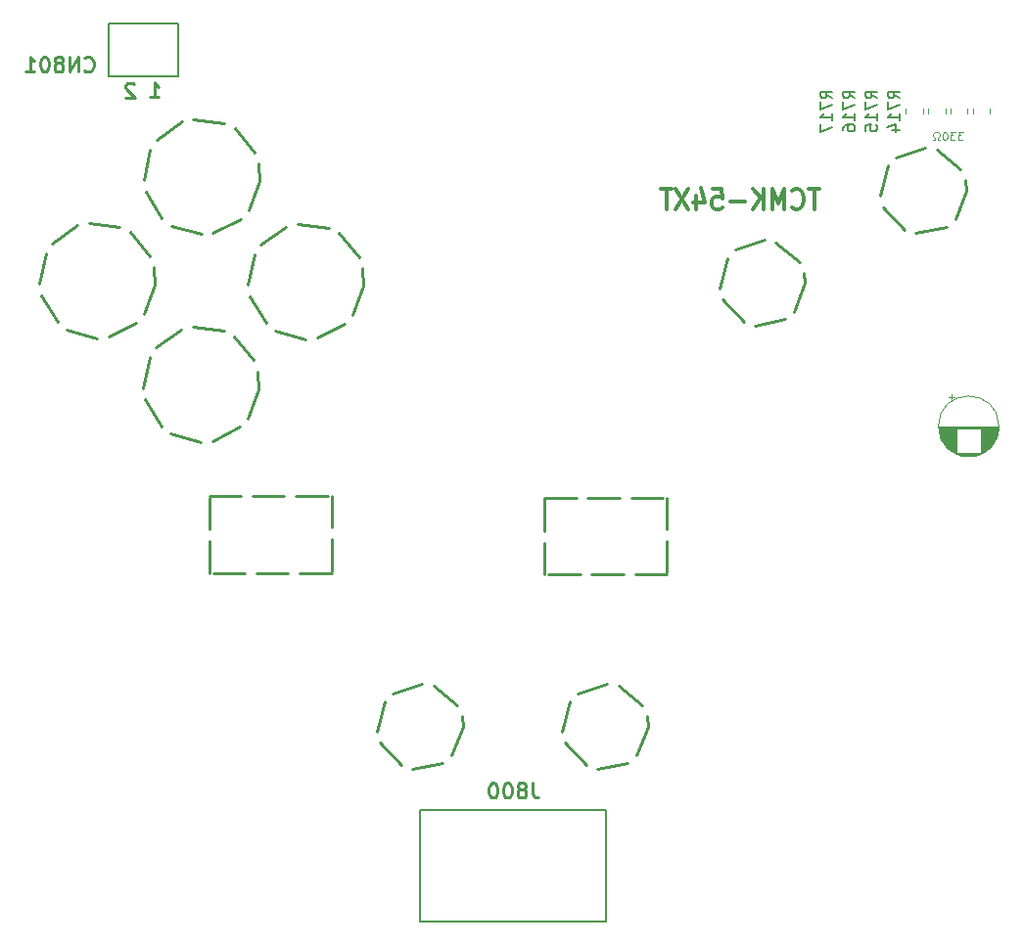
<source format=gbr>
%TF.GenerationSoftware,KiCad,Pcbnew,7.0.8*%
%TF.CreationDate,2023-11-25T20:52:03+00:00*%
%TF.ProjectId,pce-gt-controller,7063652d-6774-42d6-936f-6e74726f6c6c,rev?*%
%TF.SameCoordinates,Original*%
%TF.FileFunction,Legend,Bot*%
%TF.FilePolarity,Positive*%
%FSLAX46Y46*%
G04 Gerber Fmt 4.6, Leading zero omitted, Abs format (unit mm)*
G04 Created by KiCad (PCBNEW 7.0.8) date 2023-11-25 20:52:03*
%MOMM*%
%LPD*%
G01*
G04 APERTURE LIST*
%ADD10C,0.320000*%
%ADD11C,0.250000*%
%ADD12C,0.150000*%
%ADD13C,0.260000*%
%ADD14C,0.100000*%
%ADD15C,0.120000*%
G04 APERTURE END LIST*
D10*
X147674638Y-47083074D02*
X146760352Y-47083074D01*
X147217495Y-48883074D02*
X147217495Y-47083074D01*
X145312732Y-48711645D02*
X145388923Y-48797360D01*
X145388923Y-48797360D02*
X145617494Y-48883074D01*
X145617494Y-48883074D02*
X145769875Y-48883074D01*
X145769875Y-48883074D02*
X145998447Y-48797360D01*
X145998447Y-48797360D02*
X146150828Y-48625931D01*
X146150828Y-48625931D02*
X146227018Y-48454502D01*
X146227018Y-48454502D02*
X146303209Y-48111645D01*
X146303209Y-48111645D02*
X146303209Y-47854502D01*
X146303209Y-47854502D02*
X146227018Y-47511645D01*
X146227018Y-47511645D02*
X146150828Y-47340217D01*
X146150828Y-47340217D02*
X145998447Y-47168788D01*
X145998447Y-47168788D02*
X145769875Y-47083074D01*
X145769875Y-47083074D02*
X145617494Y-47083074D01*
X145617494Y-47083074D02*
X145388923Y-47168788D01*
X145388923Y-47168788D02*
X145312732Y-47254502D01*
X144627018Y-48883074D02*
X144627018Y-47083074D01*
X144627018Y-47083074D02*
X144093685Y-48368788D01*
X144093685Y-48368788D02*
X143560351Y-47083074D01*
X143560351Y-47083074D02*
X143560351Y-48883074D01*
X142798447Y-48883074D02*
X142798447Y-47083074D01*
X141884161Y-48883074D02*
X142569876Y-47854502D01*
X141884161Y-47083074D02*
X142798447Y-48111645D01*
X141198447Y-48197360D02*
X139979400Y-48197360D01*
X138455590Y-47083074D02*
X139217495Y-47083074D01*
X139217495Y-47083074D02*
X139293686Y-47940217D01*
X139293686Y-47940217D02*
X139217495Y-47854502D01*
X139217495Y-47854502D02*
X139065114Y-47768788D01*
X139065114Y-47768788D02*
X138684162Y-47768788D01*
X138684162Y-47768788D02*
X138531781Y-47854502D01*
X138531781Y-47854502D02*
X138455590Y-47940217D01*
X138455590Y-47940217D02*
X138379400Y-48111645D01*
X138379400Y-48111645D02*
X138379400Y-48540217D01*
X138379400Y-48540217D02*
X138455590Y-48711645D01*
X138455590Y-48711645D02*
X138531781Y-48797360D01*
X138531781Y-48797360D02*
X138684162Y-48883074D01*
X138684162Y-48883074D02*
X139065114Y-48883074D01*
X139065114Y-48883074D02*
X139217495Y-48797360D01*
X139217495Y-48797360D02*
X139293686Y-48711645D01*
X137007971Y-47683074D02*
X137007971Y-48883074D01*
X137388923Y-46997360D02*
X137769876Y-48283074D01*
X137769876Y-48283074D02*
X136779399Y-48283074D01*
X136322256Y-47083074D02*
X135255589Y-48883074D01*
X135255589Y-47083074D02*
X136322256Y-48883074D01*
X134874637Y-47083074D02*
X133960351Y-47083074D01*
X134417494Y-48883074D02*
X134417494Y-47083074D01*
D11*
X108250370Y-55474774D02*
X107301774Y-58019419D01*
X106635606Y-58763001D02*
X104210128Y-59984520D01*
X103216080Y-60077056D02*
X100606809Y-59324225D01*
X99814836Y-58716383D02*
X98412845Y-56390556D01*
X98245168Y-55406392D02*
X98797897Y-52747531D01*
X99343910Y-51911730D02*
X101556683Y-50337346D01*
X102525292Y-50095496D02*
X105218421Y-50444936D01*
X106093233Y-50925974D02*
X107830937Y-53012942D01*
X108145567Y-53960413D02*
X108250370Y-55474774D01*
X94877545Y-73650000D02*
X97627545Y-73650000D01*
X98627545Y-73650000D02*
X101377545Y-73650000D01*
X102377545Y-73650000D02*
X105127545Y-73650000D01*
X105467545Y-73650000D02*
X105467545Y-76400000D01*
X105467545Y-77400000D02*
X105467545Y-80150000D01*
X105467545Y-80310000D02*
X102717545Y-80310000D01*
X101717545Y-80310000D02*
X98967545Y-80310000D01*
X97967545Y-80310000D02*
X95217545Y-80310000D01*
X94877545Y-80310000D02*
X94877545Y-77560000D01*
X94877545Y-76560000D02*
X94877545Y-73810000D01*
X132832770Y-93615225D02*
X131862997Y-96122172D01*
X131099400Y-96763210D02*
X128462384Y-97284157D01*
X127512387Y-96981643D02*
X125662165Y-95031791D01*
X125409846Y-94067247D02*
X126068257Y-91461151D01*
X126748427Y-90732194D02*
X129302746Y-89895117D01*
X130282431Y-90080123D02*
X132355578Y-91791059D01*
X132723072Y-92717859D02*
X132832770Y-93615225D01*
X160367546Y-47230000D02*
X159397773Y-49736947D01*
X158634176Y-50377985D02*
X155997160Y-50898932D01*
X155047163Y-50596418D02*
X153196941Y-48646566D01*
X152944622Y-47682022D02*
X153603033Y-45075926D01*
X154283203Y-44346969D02*
X156837522Y-43509892D01*
X157817207Y-43694898D02*
X159890354Y-45405834D01*
X160257848Y-46332634D02*
X160367546Y-47230000D01*
X146432770Y-55225225D02*
X145462997Y-57732172D01*
X144699400Y-58373210D02*
X142062384Y-58894157D01*
X141112387Y-58591643D02*
X139262165Y-56641791D01*
X139009846Y-55677247D02*
X139668257Y-53071151D01*
X140348427Y-52342194D02*
X142902746Y-51505117D01*
X143882431Y-51690123D02*
X145955578Y-53401059D01*
X146323072Y-54327859D02*
X146432770Y-55225225D01*
D12*
X113097545Y-100880000D02*
X129227545Y-100880000D01*
X129227545Y-110500000D01*
X113097545Y-110500000D01*
X113097545Y-100880000D01*
D11*
X99187544Y-64394774D02*
X98238948Y-66939419D01*
X97572780Y-67683001D02*
X95147302Y-68904520D01*
X94153254Y-68997056D02*
X91543983Y-68244225D01*
X90752010Y-67636383D02*
X89350019Y-65310556D01*
X89182342Y-64326392D02*
X89735071Y-61667531D01*
X90281084Y-60831730D02*
X92493857Y-59257346D01*
X93462466Y-59015496D02*
X96155595Y-59364936D01*
X97030407Y-59845974D02*
X98768111Y-61932942D01*
X99082741Y-62880413D02*
X99187544Y-64394774D01*
X123887545Y-73790000D02*
X126637545Y-73790000D01*
X127637545Y-73790000D02*
X130387545Y-73790000D01*
X131387545Y-73790000D02*
X134137545Y-73790000D01*
X134477545Y-73790000D02*
X134477545Y-76540000D01*
X134477545Y-77540000D02*
X134477545Y-80290000D01*
X134477545Y-80450000D02*
X131727545Y-80450000D01*
X130727545Y-80450000D02*
X127977545Y-80450000D01*
X126977545Y-80450000D02*
X124227545Y-80450000D01*
X123887545Y-80450000D02*
X123887545Y-77700000D01*
X123887545Y-76700000D02*
X123887545Y-73950000D01*
X99240370Y-46404774D02*
X98291774Y-48949419D01*
X97625606Y-49693001D02*
X95200128Y-50914520D01*
X94206080Y-51007056D02*
X91596809Y-50254225D01*
X90804836Y-49646383D02*
X89402845Y-47320556D01*
X89235168Y-46336392D02*
X89787897Y-43677531D01*
X90333910Y-42841730D02*
X92546683Y-41267346D01*
X93515292Y-41025496D02*
X96208421Y-41374936D01*
X97083233Y-41855974D02*
X98820937Y-43942942D01*
X99135567Y-44890413D02*
X99240370Y-46404774D01*
D12*
X86237545Y-32770000D02*
X92237545Y-32770000D01*
X92237545Y-37300000D01*
X86237545Y-37300000D01*
X86237545Y-32770000D01*
D11*
X90200370Y-55384774D02*
X89251774Y-57929419D01*
X88585606Y-58673001D02*
X86160128Y-59894520D01*
X85166080Y-59987056D02*
X82556809Y-59234225D01*
X81764836Y-58626383D02*
X80362845Y-56300556D01*
X80195168Y-55316392D02*
X80747897Y-52657531D01*
X81293910Y-51821730D02*
X83506683Y-50247346D01*
X84475292Y-50005496D02*
X87168421Y-50354936D01*
X88043233Y-50835974D02*
X89780937Y-52922942D01*
X90095567Y-53870413D02*
X90200370Y-55384774D01*
X116832770Y-93605225D02*
X115862997Y-96112172D01*
X115099400Y-96753210D02*
X112462384Y-97274157D01*
X111512387Y-96971643D02*
X109662165Y-95021791D01*
X109409846Y-94057247D02*
X110068257Y-91451151D01*
X110748427Y-90722194D02*
X113302746Y-89885117D01*
X114282431Y-90070123D02*
X116355578Y-91781059D01*
X116723072Y-92707859D02*
X116832770Y-93605225D01*
D13*
X88408873Y-38031194D02*
X88346969Y-37969289D01*
X88346969Y-37969289D02*
X88223159Y-37907384D01*
X88223159Y-37907384D02*
X87913635Y-37907384D01*
X87913635Y-37907384D02*
X87789826Y-37969289D01*
X87789826Y-37969289D02*
X87727921Y-38031194D01*
X87727921Y-38031194D02*
X87666016Y-38155003D01*
X87666016Y-38155003D02*
X87666016Y-38278813D01*
X87666016Y-38278813D02*
X87727921Y-38464527D01*
X87727921Y-38464527D02*
X88470778Y-39207384D01*
X88470778Y-39207384D02*
X87666016Y-39207384D01*
X89776016Y-39157384D02*
X90518873Y-39157384D01*
X90147445Y-39157384D02*
X90147445Y-37857384D01*
X90147445Y-37857384D02*
X90271254Y-38043099D01*
X90271254Y-38043099D02*
X90395064Y-38166908D01*
X90395064Y-38166908D02*
X90518873Y-38228813D01*
D14*
X160080000Y-42158633D02*
X159646666Y-42158633D01*
X159646666Y-42158633D02*
X159880000Y-42425300D01*
X159880000Y-42425300D02*
X159780000Y-42425300D01*
X159780000Y-42425300D02*
X159713333Y-42458633D01*
X159713333Y-42458633D02*
X159680000Y-42491966D01*
X159680000Y-42491966D02*
X159646666Y-42558633D01*
X159646666Y-42558633D02*
X159646666Y-42725300D01*
X159646666Y-42725300D02*
X159680000Y-42791966D01*
X159680000Y-42791966D02*
X159713333Y-42825300D01*
X159713333Y-42825300D02*
X159780000Y-42858633D01*
X159780000Y-42858633D02*
X159980000Y-42858633D01*
X159980000Y-42858633D02*
X160046666Y-42825300D01*
X160046666Y-42825300D02*
X160080000Y-42791966D01*
X159413333Y-42158633D02*
X158979999Y-42158633D01*
X158979999Y-42158633D02*
X159213333Y-42425300D01*
X159213333Y-42425300D02*
X159113333Y-42425300D01*
X159113333Y-42425300D02*
X159046666Y-42458633D01*
X159046666Y-42458633D02*
X159013333Y-42491966D01*
X159013333Y-42491966D02*
X158979999Y-42558633D01*
X158979999Y-42558633D02*
X158979999Y-42725300D01*
X158979999Y-42725300D02*
X159013333Y-42791966D01*
X159013333Y-42791966D02*
X159046666Y-42825300D01*
X159046666Y-42825300D02*
X159113333Y-42858633D01*
X159113333Y-42858633D02*
X159313333Y-42858633D01*
X159313333Y-42858633D02*
X159379999Y-42825300D01*
X159379999Y-42825300D02*
X159413333Y-42791966D01*
X158546666Y-42158633D02*
X158479999Y-42158633D01*
X158479999Y-42158633D02*
X158413332Y-42191966D01*
X158413332Y-42191966D02*
X158379999Y-42225300D01*
X158379999Y-42225300D02*
X158346666Y-42291966D01*
X158346666Y-42291966D02*
X158313332Y-42425300D01*
X158313332Y-42425300D02*
X158313332Y-42591966D01*
X158313332Y-42591966D02*
X158346666Y-42725300D01*
X158346666Y-42725300D02*
X158379999Y-42791966D01*
X158379999Y-42791966D02*
X158413332Y-42825300D01*
X158413332Y-42825300D02*
X158479999Y-42858633D01*
X158479999Y-42858633D02*
X158546666Y-42858633D01*
X158546666Y-42858633D02*
X158613332Y-42825300D01*
X158613332Y-42825300D02*
X158646666Y-42791966D01*
X158646666Y-42791966D02*
X158679999Y-42725300D01*
X158679999Y-42725300D02*
X158713332Y-42591966D01*
X158713332Y-42591966D02*
X158713332Y-42425300D01*
X158713332Y-42425300D02*
X158679999Y-42291966D01*
X158679999Y-42291966D02*
X158646666Y-42225300D01*
X158646666Y-42225300D02*
X158613332Y-42191966D01*
X158613332Y-42191966D02*
X158546666Y-42158633D01*
X158046665Y-42858633D02*
X157879999Y-42858633D01*
X157879999Y-42858633D02*
X157879999Y-42725300D01*
X157879999Y-42725300D02*
X157946665Y-42691966D01*
X157946665Y-42691966D02*
X158013332Y-42625300D01*
X158013332Y-42625300D02*
X158046665Y-42525300D01*
X158046665Y-42525300D02*
X158046665Y-42358633D01*
X158046665Y-42358633D02*
X158013332Y-42258633D01*
X158013332Y-42258633D02*
X157946665Y-42191966D01*
X157946665Y-42191966D02*
X157846665Y-42158633D01*
X157846665Y-42158633D02*
X157713332Y-42158633D01*
X157713332Y-42158633D02*
X157613332Y-42191966D01*
X157613332Y-42191966D02*
X157546665Y-42258633D01*
X157546665Y-42258633D02*
X157513332Y-42358633D01*
X157513332Y-42358633D02*
X157513332Y-42525300D01*
X157513332Y-42525300D02*
X157546665Y-42625300D01*
X157546665Y-42625300D02*
X157613332Y-42691966D01*
X157613332Y-42691966D02*
X157679999Y-42725300D01*
X157679999Y-42725300D02*
X157679999Y-42858633D01*
X157679999Y-42858633D02*
X157513332Y-42858633D01*
D13*
X84113259Y-36814075D02*
X84175163Y-36875980D01*
X84175163Y-36875980D02*
X84360878Y-36937884D01*
X84360878Y-36937884D02*
X84484687Y-36937884D01*
X84484687Y-36937884D02*
X84670401Y-36875980D01*
X84670401Y-36875980D02*
X84794211Y-36752170D01*
X84794211Y-36752170D02*
X84856116Y-36628360D01*
X84856116Y-36628360D02*
X84918020Y-36380741D01*
X84918020Y-36380741D02*
X84918020Y-36195027D01*
X84918020Y-36195027D02*
X84856116Y-35947408D01*
X84856116Y-35947408D02*
X84794211Y-35823599D01*
X84794211Y-35823599D02*
X84670401Y-35699789D01*
X84670401Y-35699789D02*
X84484687Y-35637884D01*
X84484687Y-35637884D02*
X84360878Y-35637884D01*
X84360878Y-35637884D02*
X84175163Y-35699789D01*
X84175163Y-35699789D02*
X84113259Y-35761694D01*
X83556116Y-36937884D02*
X83556116Y-35637884D01*
X83556116Y-35637884D02*
X82813259Y-36937884D01*
X82813259Y-36937884D02*
X82813259Y-35637884D01*
X82008496Y-36195027D02*
X82132306Y-36133122D01*
X82132306Y-36133122D02*
X82194211Y-36071218D01*
X82194211Y-36071218D02*
X82256115Y-35947408D01*
X82256115Y-35947408D02*
X82256115Y-35885503D01*
X82256115Y-35885503D02*
X82194211Y-35761694D01*
X82194211Y-35761694D02*
X82132306Y-35699789D01*
X82132306Y-35699789D02*
X82008496Y-35637884D01*
X82008496Y-35637884D02*
X81760877Y-35637884D01*
X81760877Y-35637884D02*
X81637068Y-35699789D01*
X81637068Y-35699789D02*
X81575163Y-35761694D01*
X81575163Y-35761694D02*
X81513258Y-35885503D01*
X81513258Y-35885503D02*
X81513258Y-35947408D01*
X81513258Y-35947408D02*
X81575163Y-36071218D01*
X81575163Y-36071218D02*
X81637068Y-36133122D01*
X81637068Y-36133122D02*
X81760877Y-36195027D01*
X81760877Y-36195027D02*
X82008496Y-36195027D01*
X82008496Y-36195027D02*
X82132306Y-36256932D01*
X82132306Y-36256932D02*
X82194211Y-36318837D01*
X82194211Y-36318837D02*
X82256115Y-36442646D01*
X82256115Y-36442646D02*
X82256115Y-36690265D01*
X82256115Y-36690265D02*
X82194211Y-36814075D01*
X82194211Y-36814075D02*
X82132306Y-36875980D01*
X82132306Y-36875980D02*
X82008496Y-36937884D01*
X82008496Y-36937884D02*
X81760877Y-36937884D01*
X81760877Y-36937884D02*
X81637068Y-36875980D01*
X81637068Y-36875980D02*
X81575163Y-36814075D01*
X81575163Y-36814075D02*
X81513258Y-36690265D01*
X81513258Y-36690265D02*
X81513258Y-36442646D01*
X81513258Y-36442646D02*
X81575163Y-36318837D01*
X81575163Y-36318837D02*
X81637068Y-36256932D01*
X81637068Y-36256932D02*
X81760877Y-36195027D01*
X80708497Y-35637884D02*
X80584687Y-35637884D01*
X80584687Y-35637884D02*
X80460878Y-35699789D01*
X80460878Y-35699789D02*
X80398973Y-35761694D01*
X80398973Y-35761694D02*
X80337068Y-35885503D01*
X80337068Y-35885503D02*
X80275163Y-36133122D01*
X80275163Y-36133122D02*
X80275163Y-36442646D01*
X80275163Y-36442646D02*
X80337068Y-36690265D01*
X80337068Y-36690265D02*
X80398973Y-36814075D01*
X80398973Y-36814075D02*
X80460878Y-36875980D01*
X80460878Y-36875980D02*
X80584687Y-36937884D01*
X80584687Y-36937884D02*
X80708497Y-36937884D01*
X80708497Y-36937884D02*
X80832306Y-36875980D01*
X80832306Y-36875980D02*
X80894211Y-36814075D01*
X80894211Y-36814075D02*
X80956116Y-36690265D01*
X80956116Y-36690265D02*
X81018020Y-36442646D01*
X81018020Y-36442646D02*
X81018020Y-36133122D01*
X81018020Y-36133122D02*
X80956116Y-35885503D01*
X80956116Y-35885503D02*
X80894211Y-35761694D01*
X80894211Y-35761694D02*
X80832306Y-35699789D01*
X80832306Y-35699789D02*
X80708497Y-35637884D01*
X79037068Y-36937884D02*
X79779925Y-36937884D01*
X79408497Y-36937884D02*
X79408497Y-35637884D01*
X79408497Y-35637884D02*
X79532306Y-35823599D01*
X79532306Y-35823599D02*
X79656116Y-35947408D01*
X79656116Y-35947408D02*
X79779925Y-36009313D01*
D12*
X148774819Y-39240952D02*
X148298628Y-38907619D01*
X148774819Y-38669524D02*
X147774819Y-38669524D01*
X147774819Y-38669524D02*
X147774819Y-39050476D01*
X147774819Y-39050476D02*
X147822438Y-39145714D01*
X147822438Y-39145714D02*
X147870057Y-39193333D01*
X147870057Y-39193333D02*
X147965295Y-39240952D01*
X147965295Y-39240952D02*
X148108152Y-39240952D01*
X148108152Y-39240952D02*
X148203390Y-39193333D01*
X148203390Y-39193333D02*
X148251009Y-39145714D01*
X148251009Y-39145714D02*
X148298628Y-39050476D01*
X148298628Y-39050476D02*
X148298628Y-38669524D01*
X147774819Y-39574286D02*
X147774819Y-40240952D01*
X147774819Y-40240952D02*
X148774819Y-39812381D01*
X148774819Y-41145714D02*
X148774819Y-40574286D01*
X148774819Y-40860000D02*
X147774819Y-40860000D01*
X147774819Y-40860000D02*
X147917676Y-40764762D01*
X147917676Y-40764762D02*
X148012914Y-40669524D01*
X148012914Y-40669524D02*
X148060533Y-40574286D01*
X147774819Y-41479048D02*
X147774819Y-42145714D01*
X147774819Y-42145714D02*
X148774819Y-41717143D01*
X150724819Y-39240952D02*
X150248628Y-38907619D01*
X150724819Y-38669524D02*
X149724819Y-38669524D01*
X149724819Y-38669524D02*
X149724819Y-39050476D01*
X149724819Y-39050476D02*
X149772438Y-39145714D01*
X149772438Y-39145714D02*
X149820057Y-39193333D01*
X149820057Y-39193333D02*
X149915295Y-39240952D01*
X149915295Y-39240952D02*
X150058152Y-39240952D01*
X150058152Y-39240952D02*
X150153390Y-39193333D01*
X150153390Y-39193333D02*
X150201009Y-39145714D01*
X150201009Y-39145714D02*
X150248628Y-39050476D01*
X150248628Y-39050476D02*
X150248628Y-38669524D01*
X149724819Y-39574286D02*
X149724819Y-40240952D01*
X149724819Y-40240952D02*
X150724819Y-39812381D01*
X150724819Y-41145714D02*
X150724819Y-40574286D01*
X150724819Y-40860000D02*
X149724819Y-40860000D01*
X149724819Y-40860000D02*
X149867676Y-40764762D01*
X149867676Y-40764762D02*
X149962914Y-40669524D01*
X149962914Y-40669524D02*
X150010533Y-40574286D01*
X149724819Y-42002857D02*
X149724819Y-41812381D01*
X149724819Y-41812381D02*
X149772438Y-41717143D01*
X149772438Y-41717143D02*
X149820057Y-41669524D01*
X149820057Y-41669524D02*
X149962914Y-41574286D01*
X149962914Y-41574286D02*
X150153390Y-41526667D01*
X150153390Y-41526667D02*
X150534342Y-41526667D01*
X150534342Y-41526667D02*
X150629580Y-41574286D01*
X150629580Y-41574286D02*
X150677200Y-41621905D01*
X150677200Y-41621905D02*
X150724819Y-41717143D01*
X150724819Y-41717143D02*
X150724819Y-41907619D01*
X150724819Y-41907619D02*
X150677200Y-42002857D01*
X150677200Y-42002857D02*
X150629580Y-42050476D01*
X150629580Y-42050476D02*
X150534342Y-42098095D01*
X150534342Y-42098095D02*
X150296247Y-42098095D01*
X150296247Y-42098095D02*
X150201009Y-42050476D01*
X150201009Y-42050476D02*
X150153390Y-42002857D01*
X150153390Y-42002857D02*
X150105771Y-41907619D01*
X150105771Y-41907619D02*
X150105771Y-41717143D01*
X150105771Y-41717143D02*
X150153390Y-41621905D01*
X150153390Y-41621905D02*
X150201009Y-41574286D01*
X150201009Y-41574286D02*
X150296247Y-41526667D01*
X152654819Y-39240952D02*
X152178628Y-38907619D01*
X152654819Y-38669524D02*
X151654819Y-38669524D01*
X151654819Y-38669524D02*
X151654819Y-39050476D01*
X151654819Y-39050476D02*
X151702438Y-39145714D01*
X151702438Y-39145714D02*
X151750057Y-39193333D01*
X151750057Y-39193333D02*
X151845295Y-39240952D01*
X151845295Y-39240952D02*
X151988152Y-39240952D01*
X151988152Y-39240952D02*
X152083390Y-39193333D01*
X152083390Y-39193333D02*
X152131009Y-39145714D01*
X152131009Y-39145714D02*
X152178628Y-39050476D01*
X152178628Y-39050476D02*
X152178628Y-38669524D01*
X151654819Y-39574286D02*
X151654819Y-40240952D01*
X151654819Y-40240952D02*
X152654819Y-39812381D01*
X152654819Y-41145714D02*
X152654819Y-40574286D01*
X152654819Y-40860000D02*
X151654819Y-40860000D01*
X151654819Y-40860000D02*
X151797676Y-40764762D01*
X151797676Y-40764762D02*
X151892914Y-40669524D01*
X151892914Y-40669524D02*
X151940533Y-40574286D01*
X151654819Y-42050476D02*
X151654819Y-41574286D01*
X151654819Y-41574286D02*
X152131009Y-41526667D01*
X152131009Y-41526667D02*
X152083390Y-41574286D01*
X152083390Y-41574286D02*
X152035771Y-41669524D01*
X152035771Y-41669524D02*
X152035771Y-41907619D01*
X152035771Y-41907619D02*
X152083390Y-42002857D01*
X152083390Y-42002857D02*
X152131009Y-42050476D01*
X152131009Y-42050476D02*
X152226247Y-42098095D01*
X152226247Y-42098095D02*
X152464342Y-42098095D01*
X152464342Y-42098095D02*
X152559580Y-42050476D01*
X152559580Y-42050476D02*
X152607200Y-42002857D01*
X152607200Y-42002857D02*
X152654819Y-41907619D01*
X152654819Y-41907619D02*
X152654819Y-41669524D01*
X152654819Y-41669524D02*
X152607200Y-41574286D01*
X152607200Y-41574286D02*
X152559580Y-41526667D01*
X154594819Y-39240952D02*
X154118628Y-38907619D01*
X154594819Y-38669524D02*
X153594819Y-38669524D01*
X153594819Y-38669524D02*
X153594819Y-39050476D01*
X153594819Y-39050476D02*
X153642438Y-39145714D01*
X153642438Y-39145714D02*
X153690057Y-39193333D01*
X153690057Y-39193333D02*
X153785295Y-39240952D01*
X153785295Y-39240952D02*
X153928152Y-39240952D01*
X153928152Y-39240952D02*
X154023390Y-39193333D01*
X154023390Y-39193333D02*
X154071009Y-39145714D01*
X154071009Y-39145714D02*
X154118628Y-39050476D01*
X154118628Y-39050476D02*
X154118628Y-38669524D01*
X153594819Y-39574286D02*
X153594819Y-40240952D01*
X153594819Y-40240952D02*
X154594819Y-39812381D01*
X154594819Y-41145714D02*
X154594819Y-40574286D01*
X154594819Y-40860000D02*
X153594819Y-40860000D01*
X153594819Y-40860000D02*
X153737676Y-40764762D01*
X153737676Y-40764762D02*
X153832914Y-40669524D01*
X153832914Y-40669524D02*
X153880533Y-40574286D01*
X153928152Y-42002857D02*
X154594819Y-42002857D01*
X153547200Y-41764762D02*
X154261485Y-41526667D01*
X154261485Y-41526667D02*
X154261485Y-42145714D01*
D13*
X122848972Y-98477884D02*
X122848972Y-99406456D01*
X122848972Y-99406456D02*
X122910877Y-99592170D01*
X122910877Y-99592170D02*
X123034686Y-99715980D01*
X123034686Y-99715980D02*
X123220401Y-99777884D01*
X123220401Y-99777884D02*
X123344210Y-99777884D01*
X122044210Y-99035027D02*
X122168020Y-98973122D01*
X122168020Y-98973122D02*
X122229925Y-98911218D01*
X122229925Y-98911218D02*
X122291829Y-98787408D01*
X122291829Y-98787408D02*
X122291829Y-98725503D01*
X122291829Y-98725503D02*
X122229925Y-98601694D01*
X122229925Y-98601694D02*
X122168020Y-98539789D01*
X122168020Y-98539789D02*
X122044210Y-98477884D01*
X122044210Y-98477884D02*
X121796591Y-98477884D01*
X121796591Y-98477884D02*
X121672782Y-98539789D01*
X121672782Y-98539789D02*
X121610877Y-98601694D01*
X121610877Y-98601694D02*
X121548972Y-98725503D01*
X121548972Y-98725503D02*
X121548972Y-98787408D01*
X121548972Y-98787408D02*
X121610877Y-98911218D01*
X121610877Y-98911218D02*
X121672782Y-98973122D01*
X121672782Y-98973122D02*
X121796591Y-99035027D01*
X121796591Y-99035027D02*
X122044210Y-99035027D01*
X122044210Y-99035027D02*
X122168020Y-99096932D01*
X122168020Y-99096932D02*
X122229925Y-99158837D01*
X122229925Y-99158837D02*
X122291829Y-99282646D01*
X122291829Y-99282646D02*
X122291829Y-99530265D01*
X122291829Y-99530265D02*
X122229925Y-99654075D01*
X122229925Y-99654075D02*
X122168020Y-99715980D01*
X122168020Y-99715980D02*
X122044210Y-99777884D01*
X122044210Y-99777884D02*
X121796591Y-99777884D01*
X121796591Y-99777884D02*
X121672782Y-99715980D01*
X121672782Y-99715980D02*
X121610877Y-99654075D01*
X121610877Y-99654075D02*
X121548972Y-99530265D01*
X121548972Y-99530265D02*
X121548972Y-99282646D01*
X121548972Y-99282646D02*
X121610877Y-99158837D01*
X121610877Y-99158837D02*
X121672782Y-99096932D01*
X121672782Y-99096932D02*
X121796591Y-99035027D01*
X120744211Y-98477884D02*
X120620401Y-98477884D01*
X120620401Y-98477884D02*
X120496592Y-98539789D01*
X120496592Y-98539789D02*
X120434687Y-98601694D01*
X120434687Y-98601694D02*
X120372782Y-98725503D01*
X120372782Y-98725503D02*
X120310877Y-98973122D01*
X120310877Y-98973122D02*
X120310877Y-99282646D01*
X120310877Y-99282646D02*
X120372782Y-99530265D01*
X120372782Y-99530265D02*
X120434687Y-99654075D01*
X120434687Y-99654075D02*
X120496592Y-99715980D01*
X120496592Y-99715980D02*
X120620401Y-99777884D01*
X120620401Y-99777884D02*
X120744211Y-99777884D01*
X120744211Y-99777884D02*
X120868020Y-99715980D01*
X120868020Y-99715980D02*
X120929925Y-99654075D01*
X120929925Y-99654075D02*
X120991830Y-99530265D01*
X120991830Y-99530265D02*
X121053734Y-99282646D01*
X121053734Y-99282646D02*
X121053734Y-98973122D01*
X121053734Y-98973122D02*
X120991830Y-98725503D01*
X120991830Y-98725503D02*
X120929925Y-98601694D01*
X120929925Y-98601694D02*
X120868020Y-98539789D01*
X120868020Y-98539789D02*
X120744211Y-98477884D01*
X119506116Y-98477884D02*
X119382306Y-98477884D01*
X119382306Y-98477884D02*
X119258497Y-98539789D01*
X119258497Y-98539789D02*
X119196592Y-98601694D01*
X119196592Y-98601694D02*
X119134687Y-98725503D01*
X119134687Y-98725503D02*
X119072782Y-98973122D01*
X119072782Y-98973122D02*
X119072782Y-99282646D01*
X119072782Y-99282646D02*
X119134687Y-99530265D01*
X119134687Y-99530265D02*
X119196592Y-99654075D01*
X119196592Y-99654075D02*
X119258497Y-99715980D01*
X119258497Y-99715980D02*
X119382306Y-99777884D01*
X119382306Y-99777884D02*
X119506116Y-99777884D01*
X119506116Y-99777884D02*
X119629925Y-99715980D01*
X119629925Y-99715980D02*
X119691830Y-99654075D01*
X119691830Y-99654075D02*
X119753735Y-99530265D01*
X119753735Y-99530265D02*
X119815639Y-99282646D01*
X119815639Y-99282646D02*
X119815639Y-98973122D01*
X119815639Y-98973122D02*
X119753735Y-98725503D01*
X119753735Y-98725503D02*
X119691830Y-98601694D01*
X119691830Y-98601694D02*
X119629925Y-98539789D01*
X119629925Y-98539789D02*
X119506116Y-98477884D01*
D15*
%TO.C,R717*%
X156605000Y-40130436D02*
X156605000Y-40584564D01*
X155135000Y-40130436D02*
X155135000Y-40584564D01*
%TO.C,R716*%
X158555000Y-40130436D02*
X158555000Y-40584564D01*
X157085000Y-40130436D02*
X157085000Y-40584564D01*
%TO.C,R715*%
X160485000Y-40130436D02*
X160485000Y-40584564D01*
X159015000Y-40130436D02*
X159015000Y-40584564D01*
%TO.C,R714*%
X162425000Y-40130436D02*
X162425000Y-40584564D01*
X160955000Y-40130436D02*
X160955000Y-40584564D01*
%TO.C,CC800*%
X159095000Y-64825225D02*
X159095000Y-65325225D01*
X158845000Y-65075225D02*
X159345000Y-65075225D01*
X157990000Y-67630000D02*
X163150000Y-67630000D01*
X157990000Y-67670000D02*
X163150000Y-67670000D01*
X157991000Y-67710000D02*
X163149000Y-67710000D01*
X157992000Y-67750000D02*
X163148000Y-67750000D01*
X157994000Y-67790000D02*
X163146000Y-67790000D01*
X157997000Y-67830000D02*
X163143000Y-67830000D01*
X161610000Y-67870000D02*
X163139000Y-67870000D01*
X158001000Y-67870000D02*
X159530000Y-67870000D01*
X161610000Y-67910000D02*
X163135000Y-67910000D01*
X158005000Y-67910000D02*
X159530000Y-67910000D01*
X161610000Y-67950000D02*
X163131000Y-67950000D01*
X158009000Y-67950000D02*
X159530000Y-67950000D01*
X161610000Y-67990000D02*
X163126000Y-67990000D01*
X158014000Y-67990000D02*
X159530000Y-67990000D01*
X161610000Y-68030000D02*
X163120000Y-68030000D01*
X158020000Y-68030000D02*
X159530000Y-68030000D01*
X161610000Y-68070000D02*
X163113000Y-68070000D01*
X158027000Y-68070000D02*
X159530000Y-68070000D01*
X161610000Y-68110000D02*
X163106000Y-68110000D01*
X158034000Y-68110000D02*
X159530000Y-68110000D01*
X161610000Y-68150000D02*
X163098000Y-68150000D01*
X158042000Y-68150000D02*
X159530000Y-68150000D01*
X161610000Y-68190000D02*
X163090000Y-68190000D01*
X158050000Y-68190000D02*
X159530000Y-68190000D01*
X161610000Y-68230000D02*
X163081000Y-68230000D01*
X158059000Y-68230000D02*
X159530000Y-68230000D01*
X161610000Y-68270000D02*
X163071000Y-68270000D01*
X158069000Y-68270000D02*
X159530000Y-68270000D01*
X161610000Y-68310000D02*
X163061000Y-68310000D01*
X158079000Y-68310000D02*
X159530000Y-68310000D01*
X161610000Y-68351000D02*
X163050000Y-68351000D01*
X158090000Y-68351000D02*
X159530000Y-68351000D01*
X161610000Y-68391000D02*
X163038000Y-68391000D01*
X158102000Y-68391000D02*
X159530000Y-68391000D01*
X161610000Y-68431000D02*
X163025000Y-68431000D01*
X158115000Y-68431000D02*
X159530000Y-68431000D01*
X161610000Y-68471000D02*
X163012000Y-68471000D01*
X158128000Y-68471000D02*
X159530000Y-68471000D01*
X161610000Y-68511000D02*
X162998000Y-68511000D01*
X158142000Y-68511000D02*
X159530000Y-68511000D01*
X161610000Y-68551000D02*
X162984000Y-68551000D01*
X158156000Y-68551000D02*
X159530000Y-68551000D01*
X161610000Y-68591000D02*
X162968000Y-68591000D01*
X158172000Y-68591000D02*
X159530000Y-68591000D01*
X161610000Y-68631000D02*
X162952000Y-68631000D01*
X158188000Y-68631000D02*
X159530000Y-68631000D01*
X161610000Y-68671000D02*
X162935000Y-68671000D01*
X158205000Y-68671000D02*
X159530000Y-68671000D01*
X161610000Y-68711000D02*
X162918000Y-68711000D01*
X158222000Y-68711000D02*
X159530000Y-68711000D01*
X161610000Y-68751000D02*
X162899000Y-68751000D01*
X158241000Y-68751000D02*
X159530000Y-68751000D01*
X161610000Y-68791000D02*
X162880000Y-68791000D01*
X158260000Y-68791000D02*
X159530000Y-68791000D01*
X161610000Y-68831000D02*
X162860000Y-68831000D01*
X158280000Y-68831000D02*
X159530000Y-68831000D01*
X161610000Y-68871000D02*
X162838000Y-68871000D01*
X158302000Y-68871000D02*
X159530000Y-68871000D01*
X161610000Y-68911000D02*
X162817000Y-68911000D01*
X158323000Y-68911000D02*
X159530000Y-68911000D01*
X161610000Y-68951000D02*
X162794000Y-68951000D01*
X158346000Y-68951000D02*
X159530000Y-68951000D01*
X161610000Y-68991000D02*
X162770000Y-68991000D01*
X158370000Y-68991000D02*
X159530000Y-68991000D01*
X161610000Y-69031000D02*
X162745000Y-69031000D01*
X158395000Y-69031000D02*
X159530000Y-69031000D01*
X161610000Y-69071000D02*
X162719000Y-69071000D01*
X158421000Y-69071000D02*
X159530000Y-69071000D01*
X161610000Y-69111000D02*
X162692000Y-69111000D01*
X158448000Y-69111000D02*
X159530000Y-69111000D01*
X161610000Y-69151000D02*
X162665000Y-69151000D01*
X158475000Y-69151000D02*
X159530000Y-69151000D01*
X161610000Y-69191000D02*
X162635000Y-69191000D01*
X158505000Y-69191000D02*
X159530000Y-69191000D01*
X161610000Y-69231000D02*
X162605000Y-69231000D01*
X158535000Y-69231000D02*
X159530000Y-69231000D01*
X161610000Y-69271000D02*
X162574000Y-69271000D01*
X158566000Y-69271000D02*
X159530000Y-69271000D01*
X161610000Y-69311000D02*
X162541000Y-69311000D01*
X158599000Y-69311000D02*
X159530000Y-69311000D01*
X161610000Y-69351000D02*
X162507000Y-69351000D01*
X158633000Y-69351000D02*
X159530000Y-69351000D01*
X161610000Y-69391000D02*
X162471000Y-69391000D01*
X158669000Y-69391000D02*
X159530000Y-69391000D01*
X161610000Y-69431000D02*
X162434000Y-69431000D01*
X158706000Y-69431000D02*
X159530000Y-69431000D01*
X161610000Y-69471000D02*
X162396000Y-69471000D01*
X158744000Y-69471000D02*
X159530000Y-69471000D01*
X161610000Y-69511000D02*
X162355000Y-69511000D01*
X158785000Y-69511000D02*
X159530000Y-69511000D01*
X161610000Y-69551000D02*
X162313000Y-69551000D01*
X158827000Y-69551000D02*
X159530000Y-69551000D01*
X161610000Y-69591000D02*
X162269000Y-69591000D01*
X158871000Y-69591000D02*
X159530000Y-69591000D01*
X161610000Y-69631000D02*
X162223000Y-69631000D01*
X158917000Y-69631000D02*
X159530000Y-69631000D01*
X161610000Y-69671000D02*
X162175000Y-69671000D01*
X158965000Y-69671000D02*
X159530000Y-69671000D01*
X161610000Y-69711000D02*
X162124000Y-69711000D01*
X159016000Y-69711000D02*
X159530000Y-69711000D01*
X161610000Y-69751000D02*
X162070000Y-69751000D01*
X159070000Y-69751000D02*
X159530000Y-69751000D01*
X161610000Y-69791000D02*
X162013000Y-69791000D01*
X159127000Y-69791000D02*
X159530000Y-69791000D01*
X161610000Y-69831000D02*
X161953000Y-69831000D01*
X159187000Y-69831000D02*
X159530000Y-69831000D01*
X161610000Y-69871000D02*
X161889000Y-69871000D01*
X159251000Y-69871000D02*
X159530000Y-69871000D01*
X161610000Y-69911000D02*
X161821000Y-69911000D01*
X159319000Y-69911000D02*
X159530000Y-69911000D01*
X159392000Y-69951000D02*
X161748000Y-69951000D01*
X159472000Y-69991000D02*
X161668000Y-69991000D01*
X159559000Y-70031000D02*
X161581000Y-70031000D01*
X159655000Y-70071000D02*
X161485000Y-70071000D01*
X159765000Y-70111000D02*
X161375000Y-70111000D01*
X159893000Y-70151000D02*
X161247000Y-70151000D01*
X160052000Y-70191000D02*
X161088000Y-70191000D01*
X160286000Y-70231000D02*
X160854000Y-70231000D01*
X163190000Y-67630000D02*
G75*
G03*
X163190000Y-67630000I-2620000J0D01*
G01*
%TD*%
M02*

</source>
